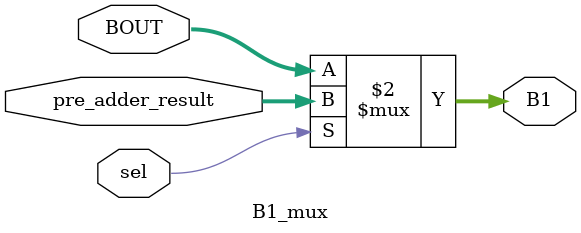
<source format=v>
module B1_mux #(parameter WIDTH = 18)
(
	input wire  [WIDTH-1:0] pre_adder_result,
	input wire  [WIDTH-1:0] BOUT,
	input wire 			    sel,
	output wire [WIDTH-1:0] B1
);

	assign B1 = (~sel) ? BOUT : pre_adder_result ;
endmodule
</source>
